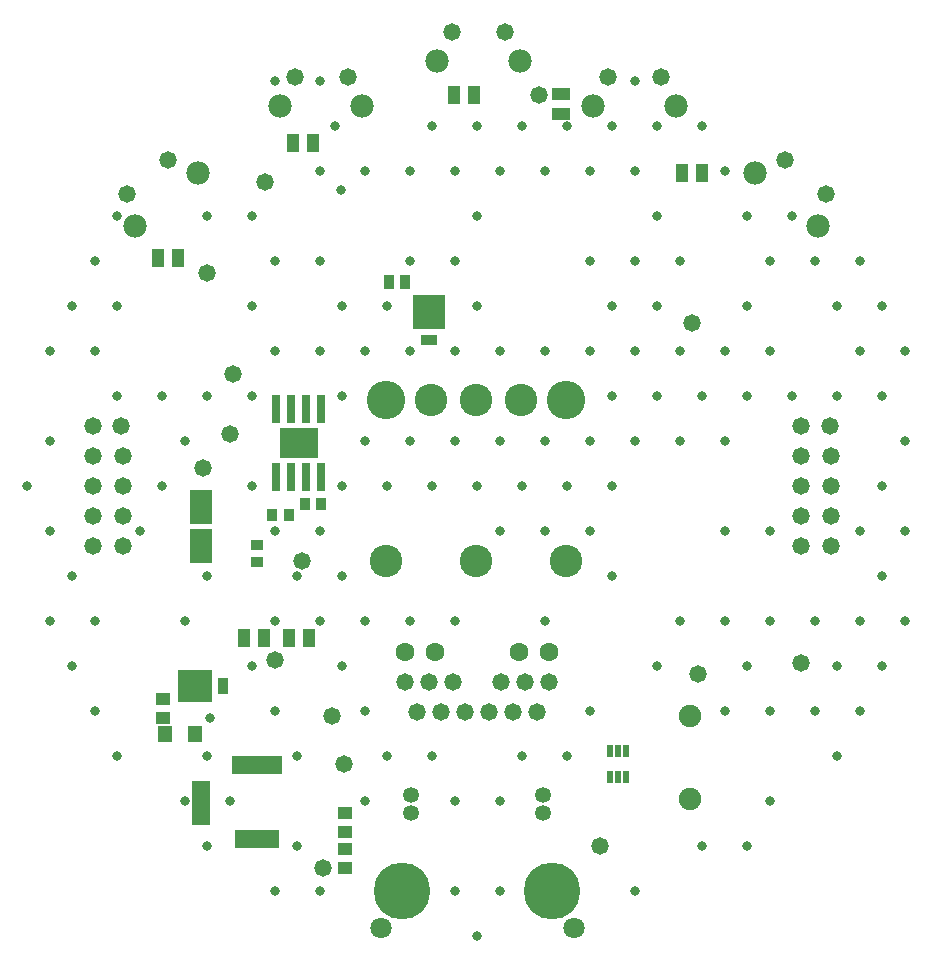
<source format=gbr>
%TF.GenerationSoftware,Altium Limited,Altium Designer,18.1.6 (161)*%
G04 Layer_Color=8388736*
%FSLAX26Y26*%
%MOIN*%
%TF.FileFunction,Soldermask,Top*%
%TF.Part,Single*%
G01*
G75*
%TA.AperFunction,ComponentPad*%
%ADD32C,0.063000*%
%ADD57C,0.058000*%
%ADD58C,0.053000*%
%ADD59C,0.189102*%
%ADD60C,0.071000*%
%ADD61C,0.074929*%
%ADD62C,0.078000*%
%ADD63C,0.128000*%
%ADD64C,0.108000*%
%ADD65R,0.059181X0.145795*%
%ADD66R,0.145795X0.059181*%
%ADD67R,0.165480X0.059181*%
%TA.AperFunction,ViaPad*%
%ADD68C,0.033000*%
%ADD69C,0.058000*%
%TA.AperFunction,SMDPad,CuDef*%
%ADD72R,0.035559X0.045402*%
%ADD73R,0.108000X0.113000*%
%ADD74R,0.058000X0.038000*%
%ADD75R,0.047370X0.043433*%
%ADD76R,0.051307X0.057213*%
%ADD77R,0.023748X0.043433*%
%ADD78R,0.041465X0.059181*%
%ADD79R,0.074929X0.118236*%
%ADD80R,0.027685X0.094614*%
%ADD81R,0.130047X0.102488*%
%ADD82R,0.038000X0.058000*%
%ADD83R,0.113000X0.108000*%
%ADD84R,0.059181X0.041465*%
%ADD85R,0.035559X0.043433*%
%ADD86R,0.043433X0.035559*%
D32*
X2910000Y2597000D02*
D03*
X3010000D02*
D03*
X3290000D02*
D03*
X3390000D02*
D03*
D57*
X2334997Y3525000D02*
D03*
X3390000Y2497000D02*
D03*
X3310000D02*
D03*
X3230000D02*
D03*
X3070000D02*
D03*
X2990000D02*
D03*
X2910000D02*
D03*
X2950000Y2397000D02*
D03*
X3030000D02*
D03*
X3110000D02*
D03*
X3190000D02*
D03*
X3270000D02*
D03*
X3350000D02*
D03*
X2664997Y2385000D02*
D03*
X3864997Y3695000D02*
D03*
X1984283Y4123060D02*
D03*
X2120000Y4236940D02*
D03*
X2718583Y4515000D02*
D03*
X2541417D02*
D03*
X3243189Y4665000D02*
D03*
X3066023D02*
D03*
X3763583Y4515000D02*
D03*
X3586417D02*
D03*
X4312858Y4123060D02*
D03*
X4177142Y4236940D02*
D03*
X4330709Y2949606D02*
D03*
Y3049606D02*
D03*
Y3149606D02*
D03*
Y3249606D02*
D03*
X4325709Y3349606D02*
D03*
X4230709D02*
D03*
Y3249606D02*
D03*
Y3149606D02*
D03*
Y3049606D02*
D03*
Y2949606D02*
D03*
X1968504D02*
D03*
Y3049606D02*
D03*
Y3149606D02*
D03*
Y3249606D02*
D03*
X1963504Y3349606D02*
D03*
X1868504D02*
D03*
Y3249606D02*
D03*
Y3149606D02*
D03*
Y3049606D02*
D03*
Y2949606D02*
D03*
D58*
X2930000Y2121000D02*
D03*
X3370000D02*
D03*
X2930000Y2060000D02*
D03*
X3370000D02*
D03*
D59*
X2900000Y1801000D02*
D03*
X3400000D02*
D03*
D60*
X2828000Y1676000D02*
D03*
X3472000D02*
D03*
D61*
X3859331Y2108504D02*
D03*
Y2384095D02*
D03*
D62*
X2009851Y4016029D02*
D03*
X2220965Y4193175D02*
D03*
X2767795Y4416575D02*
D03*
X2492205D02*
D03*
X3292401Y4566575D02*
D03*
X3016811D02*
D03*
X3812795Y4416575D02*
D03*
X3537205D02*
D03*
X4287291Y4016029D02*
D03*
X4076176Y4193175D02*
D03*
D63*
X2845000Y3437000D02*
D03*
X3445000D02*
D03*
D64*
X2995000D02*
D03*
X3145000D02*
D03*
X3295000D02*
D03*
X2845000Y2900000D02*
D03*
X3145000D02*
D03*
X3445000D02*
D03*
D65*
X2229961Y2093110D02*
D03*
D66*
X2415000Y1975000D02*
D03*
D67*
Y2219095D02*
D03*
D68*
X2260000Y2377795D02*
D03*
X4500000Y3750000D02*
D03*
X4575000Y3600000D02*
D03*
X4500000Y3450000D02*
D03*
X4575000Y3300000D02*
D03*
X4500000Y3150000D02*
D03*
X4575000Y3000000D02*
D03*
X4500000Y2850000D02*
D03*
X4575000Y2700000D02*
D03*
X4500000Y2550000D02*
D03*
X4425000Y3900000D02*
D03*
X4350000Y3750000D02*
D03*
X4425000Y3600000D02*
D03*
X4350000Y3450000D02*
D03*
X4425000Y3000000D02*
D03*
Y2700000D02*
D03*
X4350000Y2550000D02*
D03*
X4425000Y2400000D02*
D03*
X4350000Y2250000D02*
D03*
X4200000Y4050000D02*
D03*
X4275000Y3900000D02*
D03*
X4200000Y3450000D02*
D03*
X4275000Y2700000D02*
D03*
Y2400000D02*
D03*
X4050000Y4050000D02*
D03*
X4125000Y3900000D02*
D03*
X4050000Y3750000D02*
D03*
X4125000Y3600000D02*
D03*
X4050000Y3450000D02*
D03*
X4125000Y3000000D02*
D03*
Y2700000D02*
D03*
X4050000Y2550000D02*
D03*
X4125000Y2400000D02*
D03*
Y2100000D02*
D03*
X4050000Y1950000D02*
D03*
X3900000Y4350000D02*
D03*
X3975000Y4200000D02*
D03*
Y3600000D02*
D03*
X3900000Y3450000D02*
D03*
X3975000Y3300000D02*
D03*
Y3000000D02*
D03*
Y2700000D02*
D03*
Y2400000D02*
D03*
X3900000Y1950000D02*
D03*
X3750000Y4350000D02*
D03*
Y4050000D02*
D03*
X3825000Y3900000D02*
D03*
X3750000Y3750000D02*
D03*
X3825000Y3600000D02*
D03*
X3750000Y3450000D02*
D03*
X3825000Y3300000D02*
D03*
Y2700000D02*
D03*
X3750000Y2550000D02*
D03*
X3675000Y4500000D02*
D03*
X3600000Y4350000D02*
D03*
X3675000Y4200000D02*
D03*
Y3900000D02*
D03*
X3600000Y3750000D02*
D03*
X3675000Y3600000D02*
D03*
X3600000Y3450000D02*
D03*
X3675000Y3300000D02*
D03*
X3600000Y3150000D02*
D03*
Y2850000D02*
D03*
X3675000Y1800000D02*
D03*
X3450000Y4350000D02*
D03*
X3525000Y4200000D02*
D03*
Y3900000D02*
D03*
Y3600000D02*
D03*
Y3300000D02*
D03*
X3450000Y3150000D02*
D03*
X3525000Y3000000D02*
D03*
Y2400000D02*
D03*
X3450000Y2250000D02*
D03*
X3300000Y4350000D02*
D03*
X3375000Y4200000D02*
D03*
Y3600000D02*
D03*
Y3300000D02*
D03*
X3300000Y3150000D02*
D03*
X3375000Y3000000D02*
D03*
Y2700000D02*
D03*
X3300000Y2250000D02*
D03*
X3150000Y4350000D02*
D03*
X3225000Y4200000D02*
D03*
X3150000Y4050000D02*
D03*
Y3750000D02*
D03*
X3225000Y3600000D02*
D03*
Y3300000D02*
D03*
X3150000Y3150000D02*
D03*
X3225000Y3000000D02*
D03*
Y2100000D02*
D03*
Y1800000D02*
D03*
X3150000Y1650000D02*
D03*
X3000000Y4350000D02*
D03*
X3075000Y4200000D02*
D03*
Y3900000D02*
D03*
Y3600000D02*
D03*
Y3300000D02*
D03*
X3000000Y3150000D02*
D03*
X3075000Y2700000D02*
D03*
X3000000Y2250000D02*
D03*
X3075000Y2100000D02*
D03*
Y1800000D02*
D03*
X2925000Y4200000D02*
D03*
Y3900000D02*
D03*
X2850000Y3750000D02*
D03*
X2925000Y3600000D02*
D03*
Y3300000D02*
D03*
X2850000Y3150000D02*
D03*
X2925000Y2700000D02*
D03*
X2850000Y2250000D02*
D03*
X2775000Y4200000D02*
D03*
X2700000Y3750000D02*
D03*
X2775000Y3600000D02*
D03*
X2700000Y3450000D02*
D03*
X2775000Y3300000D02*
D03*
X2700000Y3150000D02*
D03*
Y2850000D02*
D03*
X2775000Y2700000D02*
D03*
X2700000Y2550000D02*
D03*
X2775000Y2400000D02*
D03*
Y2100000D02*
D03*
X2625000Y4500000D02*
D03*
Y4200000D02*
D03*
Y3900000D02*
D03*
Y3600000D02*
D03*
Y3000000D02*
D03*
X2550000Y2850000D02*
D03*
X2625000Y2700000D02*
D03*
X2550000Y2250000D02*
D03*
Y1950000D02*
D03*
X2625000Y1800000D02*
D03*
X2475000Y4500000D02*
D03*
X2400000Y4050000D02*
D03*
X2475000Y3900000D02*
D03*
X2400000Y3750000D02*
D03*
X2475000Y3600000D02*
D03*
X2400000Y3450000D02*
D03*
Y3150000D02*
D03*
X2475000Y3000000D02*
D03*
Y2700000D02*
D03*
X2400000Y2550000D02*
D03*
X2475000Y2400000D02*
D03*
Y1800000D02*
D03*
X2250000Y4050000D02*
D03*
Y3450000D02*
D03*
Y2850000D02*
D03*
Y2250000D02*
D03*
X2325000Y2100000D02*
D03*
X2250000Y1950000D02*
D03*
X2100000Y3450000D02*
D03*
X2175000Y3300000D02*
D03*
X2100000Y3150000D02*
D03*
X2175000Y2700000D02*
D03*
Y2100000D02*
D03*
X1950000Y4050000D02*
D03*
Y3750000D02*
D03*
Y3450000D02*
D03*
X2025000Y3000000D02*
D03*
X1950000Y2250000D02*
D03*
X1875000Y3900000D02*
D03*
X1800000Y3750000D02*
D03*
X1875000Y3600000D02*
D03*
X1800000Y2850000D02*
D03*
X1875000Y2700000D02*
D03*
X1800000Y2550000D02*
D03*
X1875000Y2400000D02*
D03*
X1725000Y3600000D02*
D03*
Y3300000D02*
D03*
X1650000Y3150000D02*
D03*
X1725000Y3000000D02*
D03*
Y2700000D02*
D03*
X2695000Y4137816D02*
D03*
X2675000Y4350000D02*
D03*
D69*
X2705000Y2224095D02*
D03*
X2636496Y1878504D02*
D03*
X3355000Y4455000D02*
D03*
X2565000Y2900000D02*
D03*
X2250000Y3860000D02*
D03*
X2443189Y4165000D02*
D03*
X3560000Y1950000D02*
D03*
X4230709Y2560000D02*
D03*
X3885000Y2525000D02*
D03*
X2235000Y3210000D02*
D03*
X2475000Y2570000D02*
D03*
X2325000Y3323189D02*
D03*
D72*
X2907862Y3830000D02*
D03*
X2854712D02*
D03*
D73*
X2990000Y3730000D02*
D03*
D74*
Y3637500D02*
D03*
D75*
X2104291Y2378504D02*
D03*
Y2441496D02*
D03*
X2710000Y2061496D02*
D03*
Y1998504D02*
D03*
Y1941496D02*
D03*
Y1878504D02*
D03*
D76*
X2209213Y2325000D02*
D03*
X2110787D02*
D03*
D77*
X3645591Y2268307D02*
D03*
X3620000D02*
D03*
X3594410D02*
D03*
Y2181693D02*
D03*
X3620000D02*
D03*
X3645591D02*
D03*
D78*
X2590433Y2645000D02*
D03*
X2523504D02*
D03*
X2371535D02*
D03*
X2438465D02*
D03*
X2153465Y3910000D02*
D03*
X2086535D02*
D03*
X2603583Y4295000D02*
D03*
X2536653D02*
D03*
X3071535Y4455000D02*
D03*
X3138465D02*
D03*
X3898461Y4193175D02*
D03*
X3831532D02*
D03*
D79*
X2230000Y2951024D02*
D03*
Y3078976D02*
D03*
D80*
X2480000Y3181811D02*
D03*
X2530000D02*
D03*
X2580000D02*
D03*
X2630000D02*
D03*
Y3408189D02*
D03*
X2580000D02*
D03*
X2530000D02*
D03*
X2480000D02*
D03*
D81*
X2555000Y3295000D02*
D03*
D82*
X2302500Y2485000D02*
D03*
D83*
X2210000D02*
D03*
D84*
X3430000Y4458465D02*
D03*
Y4391535D02*
D03*
D85*
X2630118Y3090000D02*
D03*
X2575000D02*
D03*
X2522559Y3055000D02*
D03*
X2467441D02*
D03*
D86*
X2415000Y2952559D02*
D03*
Y2897441D02*
D03*
%TF.MD5,b83821d348d2bc2a707029d5a928d3f5*%
M02*

</source>
